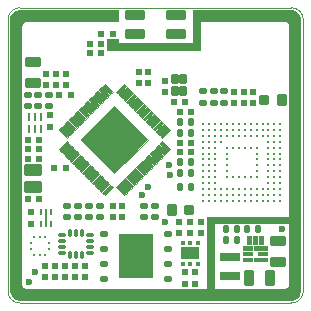
<source format=gts>
%TF.GenerationSoftware,KiCad,Pcbnew,9.0.1*%
%TF.CreationDate,2025-12-15T19:45:58-06:00*%
%TF.ProjectId,ProtoCore_v1,50726f74-6f43-46f7-9265-5f76312e6b69,rev?*%
%TF.SameCoordinates,Original*%
%TF.FileFunction,Soldermask,Top*%
%TF.FilePolarity,Negative*%
%FSLAX46Y46*%
G04 Gerber Fmt 4.6, Leading zero omitted, Abs format (unit mm)*
G04 Created by KiCad (PCBNEW 9.0.1) date 2025-12-15 19:45:58*
%MOMM*%
%LPD*%
G01*
G04 APERTURE LIST*
G04 Aperture macros list*
%AMRoundRect*
0 Rectangle with rounded corners*
0 $1 Rounding radius*
0 $2 $3 $4 $5 $6 $7 $8 $9 X,Y pos of 4 corners*
0 Add a 4 corners polygon primitive as box body*
4,1,4,$2,$3,$4,$5,$6,$7,$8,$9,$2,$3,0*
0 Add four circle primitives for the rounded corners*
1,1,$1+$1,$2,$3*
1,1,$1+$1,$4,$5*
1,1,$1+$1,$6,$7*
1,1,$1+$1,$8,$9*
0 Add four rect primitives between the rounded corners*
20,1,$1+$1,$2,$3,$4,$5,0*
20,1,$1+$1,$4,$5,$6,$7,0*
20,1,$1+$1,$6,$7,$8,$9,0*
20,1,$1+$1,$8,$9,$2,$3,0*%
G04 Aperture macros list end*
%ADD10C,0.000000*%
%ADD11C,0.010000*%
%ADD12C,0.100000*%
%ADD13RoundRect,0.082500X-0.192500X0.197500X-0.192500X-0.197500X0.192500X-0.197500X0.192500X0.197500X0*%
%ADD14R,0.246234X0.804110*%
%ADD15R,0.246236X0.804111*%
%ADD16R,0.242472X0.804111*%
%ADD17R,0.246232X0.804111*%
%ADD18RoundRect,0.076500X0.243500X-0.178500X0.243500X0.178500X-0.243500X0.178500X-0.243500X-0.178500X0*%
%ADD19RoundRect,0.082500X0.197500X0.192500X-0.197500X0.192500X-0.197500X-0.192500X0.197500X-0.192500X0*%
%ADD20RoundRect,0.082500X0.192500X-0.197500X0.192500X0.197500X-0.192500X0.197500X-0.192500X-0.197500X0*%
%ADD21RoundRect,0.076500X-0.243500X0.178500X-0.243500X-0.178500X0.243500X-0.178500X0.243500X0.178500X0*%
%ADD22RoundRect,0.082500X-0.197500X-0.192500X0.197500X-0.192500X0.197500X0.192500X-0.197500X0.192500X0*%
%ADD23RoundRect,0.076500X0.178500X0.243500X-0.178500X0.243500X-0.178500X-0.243500X0.178500X-0.243500X0*%
%ADD24C,0.600000*%
%ADD25RoundRect,0.102000X-0.650000X0.375000X-0.650000X-0.375000X0.650000X-0.375000X0.650000X0.375000X0*%
%ADD26RoundRect,0.050000X-0.290000X-0.365000X0.290000X-0.365000X0.290000X0.365000X-0.290000X0.365000X0*%
%ADD27R,1.800000X0.800000*%
%ADD28C,0.290000*%
%ADD29RoundRect,0.125000X-0.250000X-0.125000X0.250000X-0.125000X0.250000X0.125000X-0.250000X0.125000X0*%
%ADD30R,3.000000X3.750000*%
%ADD31RoundRect,0.123750X-0.288750X-0.338750X0.288750X-0.338750X0.288750X0.338750X-0.288750X0.338750X0*%
%ADD32RoundRect,0.123750X-0.288750X-0.351250X0.288750X-0.351250X0.288750X0.351250X-0.288750X0.351250X0*%
%ADD33RoundRect,0.123750X0.288750X0.338750X-0.288750X0.338750X-0.288750X-0.338750X0.288750X-0.338750X0*%
%ADD34RoundRect,0.123750X0.288750X0.351250X-0.288750X0.351250X-0.288750X-0.351250X0.288750X-0.351250X0*%
%ADD35RoundRect,0.076500X-0.178500X-0.243500X0.178500X-0.243500X0.178500X0.243500X-0.178500X0.243500X0*%
%ADD36RoundRect,0.135000X0.540000X-0.315000X0.540000X0.315000X-0.540000X0.315000X-0.540000X-0.315000X0*%
%ADD37RoundRect,0.087500X-0.225000X-0.087500X0.225000X-0.087500X0.225000X0.087500X-0.225000X0.087500X0*%
%ADD38RoundRect,0.087500X-0.087500X-0.225000X0.087500X-0.225000X0.087500X0.225000X-0.087500X0.225000X0*%
%ADD39RoundRect,0.055000X-0.240000X-0.220000X0.240000X-0.220000X0.240000X0.220000X-0.240000X0.220000X0*%
%ADD40R,0.200000X0.600000*%
%ADD41R,0.200000X1.600000*%
%ADD42RoundRect,0.056250X0.143750X-0.131250X0.143750X0.131250X-0.143750X0.131250X-0.143750X-0.131250X0*%
%ADD43R,1.600000X1.000000*%
%ADD44R,0.275000X0.250000*%
%ADD45R,0.250000X0.275000*%
%ADD46RoundRect,0.135000X-0.540000X0.315000X-0.540000X-0.315000X0.540000X-0.315000X0.540000X0.315000X0*%
%ADD47RoundRect,0.135000X-0.315000X-0.540000X0.315000X-0.540000X0.315000X0.540000X-0.315000X0.540000X0*%
%ADD48RoundRect,0.102000X0.750000X0.300000X-0.750000X0.300000X-0.750000X-0.300000X0.750000X-0.300000X0*%
%TA.AperFunction,Profile*%
%ADD49C,0.100000*%
%TD*%
G04 APERTURE END LIST*
D10*
G36*
X146860000Y-88725000D02*
G01*
X142797500Y-88725000D01*
X139025000Y-88725000D01*
X138990000Y-88730000D01*
X138930000Y-88750000D01*
X138825000Y-88825000D01*
X138750000Y-88930000D01*
X138730000Y-88990000D01*
X138725000Y-89025000D01*
X138725000Y-110975000D01*
X138737642Y-111034148D01*
X138782912Y-111143440D01*
X138866560Y-111227088D01*
X138975852Y-111272358D01*
X139035000Y-111275000D01*
X160985000Y-111275000D01*
X161044148Y-111272358D01*
X161153440Y-111227088D01*
X161237088Y-111143440D01*
X161282358Y-111034148D01*
X161285000Y-110975000D01*
X161285000Y-89025000D01*
X161280000Y-88990000D01*
X161260000Y-88930000D01*
X161185000Y-88825000D01*
X161080000Y-88750000D01*
X161020000Y-88730000D01*
X160985000Y-88725000D01*
X153160000Y-88725000D01*
X153160000Y-87700000D01*
X161610000Y-87700000D01*
X161860000Y-87775000D01*
X162085000Y-87925000D01*
X162235000Y-88150000D01*
X162310000Y-88400000D01*
X162310000Y-111600000D01*
X162260000Y-111775000D01*
X162210000Y-111900000D01*
X162085000Y-112050000D01*
X162010000Y-112125000D01*
X161810000Y-112250000D01*
X161610000Y-112300000D01*
X138410000Y-112300000D01*
X138222500Y-112250000D01*
X138035000Y-112150000D01*
X137910000Y-112025000D01*
X137810000Y-111900000D01*
X137735000Y-111700000D01*
X137710000Y-111600000D01*
X137710000Y-88400000D01*
X137785000Y-88150000D01*
X137935000Y-87925000D01*
X138160000Y-87775000D01*
X138410000Y-87700000D01*
X146860000Y-87700000D01*
X146860000Y-88725000D01*
G37*
D11*
X153775000Y-91050000D02*
X146075000Y-91050000D01*
X146075000Y-90500000D01*
X153150000Y-90500000D01*
X153150000Y-88350000D01*
X153775000Y-88350000D01*
X153775000Y-91050000D01*
G36*
X153775000Y-91050000D02*
G01*
X146075000Y-91050000D01*
X146075000Y-90500000D01*
X153150000Y-90500000D01*
X153150000Y-88350000D01*
X153775000Y-88350000D01*
X153775000Y-91050000D01*
G37*
X146850000Y-91050000D02*
X145875000Y-91050000D01*
X145875000Y-90175000D01*
X146850000Y-90175000D01*
X146850000Y-91050000D01*
G36*
X146850000Y-91050000D02*
G01*
X145875000Y-91050000D01*
X145875000Y-90175000D01*
X146850000Y-90175000D01*
X146850000Y-91050000D01*
G37*
D12*
X161450000Y-105750000D02*
X154900000Y-105750347D01*
X154900000Y-111300000D01*
X154377476Y-111300000D01*
X154377476Y-105250000D01*
X161450000Y-105250000D01*
X161450000Y-105750000D01*
G36*
X161450000Y-105750000D02*
G01*
X154900000Y-105750347D01*
X154900000Y-111300000D01*
X154377476Y-111300000D01*
X154377476Y-105250000D01*
X161450000Y-105250000D01*
X161450000Y-105750000D01*
G37*
D11*
%TO.C,U1*%
X142685699Y-98294203D02*
X142459425Y-98520477D01*
X141794744Y-97855797D01*
X142021018Y-97629523D01*
X142685699Y-98294203D01*
G36*
X142685699Y-98294203D02*
G01*
X142459425Y-98520477D01*
X141794744Y-97855797D01*
X142021018Y-97629523D01*
X142685699Y-98294203D01*
G37*
X142968542Y-98011360D02*
X142742267Y-98237634D01*
X142077587Y-97572954D01*
X142303861Y-97346680D01*
X142968542Y-98011360D01*
G36*
X142968542Y-98011360D02*
G01*
X142742267Y-98237634D01*
X142077587Y-97572954D01*
X142303861Y-97346680D01*
X142968542Y-98011360D01*
G37*
X142685699Y-99036665D02*
X142021018Y-99701345D01*
X141794744Y-99475071D01*
X142459425Y-98810391D01*
X142685699Y-99036665D01*
G36*
X142685699Y-99036665D02*
G01*
X142021018Y-99701345D01*
X141794744Y-99475071D01*
X142459425Y-98810391D01*
X142685699Y-99036665D01*
G37*
X143251384Y-97728518D02*
X143025110Y-97954792D01*
X142360430Y-97290111D01*
X142586704Y-97063837D01*
X143251384Y-97728518D01*
G36*
X143251384Y-97728518D02*
G01*
X143025110Y-97954792D01*
X142360430Y-97290111D01*
X142586704Y-97063837D01*
X143251384Y-97728518D01*
G37*
X142968542Y-99319508D02*
X142303861Y-99984188D01*
X142077587Y-99757914D01*
X142742267Y-99093234D01*
X142968542Y-99319508D01*
G36*
X142968542Y-99319508D02*
G01*
X142303861Y-99984188D01*
X142077587Y-99757914D01*
X142742267Y-99093234D01*
X142968542Y-99319508D01*
G37*
X143534227Y-97445675D02*
X143307953Y-97671949D01*
X142643272Y-97007269D01*
X142869547Y-96780994D01*
X143534227Y-97445675D01*
G36*
X143534227Y-97445675D02*
G01*
X143307953Y-97671949D01*
X142643272Y-97007269D01*
X142869547Y-96780994D01*
X143534227Y-97445675D01*
G37*
X143251384Y-99602350D02*
X142586704Y-100267031D01*
X142360430Y-100040757D01*
X143025110Y-99376076D01*
X143251384Y-99602350D01*
G36*
X143251384Y-99602350D02*
G01*
X142586704Y-100267031D01*
X142360430Y-100040757D01*
X143025110Y-99376076D01*
X143251384Y-99602350D01*
G37*
X143817070Y-97162832D02*
X143590796Y-97389106D01*
X142926115Y-96724426D01*
X143152389Y-96498152D01*
X143817070Y-97162832D01*
G36*
X143817070Y-97162832D02*
G01*
X143590796Y-97389106D01*
X142926115Y-96724426D01*
X143152389Y-96498152D01*
X143817070Y-97162832D01*
G37*
X143534227Y-99885193D02*
X142869547Y-100549874D01*
X142643272Y-100323599D01*
X143307953Y-99658919D01*
X143534227Y-99885193D01*
G36*
X143534227Y-99885193D02*
G01*
X142869547Y-100549874D01*
X142643272Y-100323599D01*
X143307953Y-99658919D01*
X143534227Y-99885193D01*
G37*
X144099912Y-96879989D02*
X143873638Y-97106264D01*
X143208958Y-96441583D01*
X143435232Y-96215309D01*
X144099912Y-96879989D01*
G36*
X144099912Y-96879989D02*
G01*
X143873638Y-97106264D01*
X143208958Y-96441583D01*
X143435232Y-96215309D01*
X144099912Y-96879989D01*
G37*
X143817070Y-100168036D02*
X143152389Y-100832716D01*
X142926115Y-100606442D01*
X143590796Y-99941762D01*
X143817070Y-100168036D01*
G36*
X143817070Y-100168036D02*
G01*
X143152389Y-100832716D01*
X142926115Y-100606442D01*
X143590796Y-99941762D01*
X143817070Y-100168036D01*
G37*
X144382755Y-96597147D02*
X144156481Y-96823421D01*
X143491801Y-96158740D01*
X143718075Y-95932466D01*
X144382755Y-96597147D01*
G36*
X144382755Y-96597147D02*
G01*
X144156481Y-96823421D01*
X143491801Y-96158740D01*
X143718075Y-95932466D01*
X144382755Y-96597147D01*
G37*
X144099912Y-100450879D02*
X143435232Y-101115559D01*
X143208958Y-100889285D01*
X143873638Y-100224604D01*
X144099912Y-100450879D01*
G36*
X144099912Y-100450879D02*
G01*
X143435232Y-101115559D01*
X143208958Y-100889285D01*
X143873638Y-100224604D01*
X144099912Y-100450879D01*
G37*
X144665598Y-96314304D02*
X144439324Y-96540578D01*
X143774643Y-95875898D01*
X144000917Y-95649624D01*
X144665598Y-96314304D01*
G36*
X144665598Y-96314304D02*
G01*
X144439324Y-96540578D01*
X143774643Y-95875898D01*
X144000917Y-95649624D01*
X144665598Y-96314304D01*
G37*
X144382755Y-100733721D02*
X143718075Y-101398402D01*
X143491801Y-101172128D01*
X144156481Y-100507447D01*
X144382755Y-100733721D01*
G36*
X144382755Y-100733721D02*
G01*
X143718075Y-101398402D01*
X143491801Y-101172128D01*
X144156481Y-100507447D01*
X144382755Y-100733721D01*
G37*
X144948441Y-96031461D02*
X144722166Y-96257735D01*
X144057486Y-95593055D01*
X144283760Y-95366781D01*
X144948441Y-96031461D01*
G36*
X144948441Y-96031461D02*
G01*
X144722166Y-96257735D01*
X144057486Y-95593055D01*
X144283760Y-95366781D01*
X144948441Y-96031461D01*
G37*
X144665598Y-101016564D02*
X144000917Y-101681244D01*
X143774643Y-101454970D01*
X144439324Y-100790290D01*
X144665598Y-101016564D01*
G36*
X144665598Y-101016564D02*
G01*
X144000917Y-101681244D01*
X143774643Y-101454970D01*
X144439324Y-100790290D01*
X144665598Y-101016564D01*
G37*
X145231283Y-95748619D02*
X145005009Y-95974893D01*
X144340329Y-95310212D01*
X144566603Y-95083938D01*
X145231283Y-95748619D01*
G36*
X145231283Y-95748619D02*
G01*
X145005009Y-95974893D01*
X144340329Y-95310212D01*
X144566603Y-95083938D01*
X145231283Y-95748619D01*
G37*
X144948441Y-101299407D02*
X144283760Y-101964087D01*
X144057486Y-101737813D01*
X144722166Y-101073133D01*
X144948441Y-101299407D01*
G36*
X144948441Y-101299407D02*
G01*
X144283760Y-101964087D01*
X144057486Y-101737813D01*
X144722166Y-101073133D01*
X144948441Y-101299407D01*
G37*
X145514126Y-95465776D02*
X145287852Y-95692050D01*
X144623171Y-95027370D01*
X144849446Y-94801095D01*
X145514126Y-95465776D01*
G36*
X145514126Y-95465776D02*
G01*
X145287852Y-95692050D01*
X144623171Y-95027370D01*
X144849446Y-94801095D01*
X145514126Y-95465776D01*
G37*
X145231283Y-101582249D02*
X144566603Y-102246930D01*
X144340329Y-102020656D01*
X145005009Y-101355975D01*
X145231283Y-101582249D01*
G36*
X145231283Y-101582249D02*
G01*
X144566603Y-102246930D01*
X144340329Y-102020656D01*
X145005009Y-101355975D01*
X145231283Y-101582249D01*
G37*
X145796969Y-95182933D02*
X145570695Y-95409207D01*
X144906014Y-94744527D01*
X145132288Y-94518253D01*
X145796969Y-95182933D01*
G36*
X145796969Y-95182933D02*
G01*
X145570695Y-95409207D01*
X144906014Y-94744527D01*
X145132288Y-94518253D01*
X145796969Y-95182933D01*
G37*
X145514126Y-101865092D02*
X144849446Y-102529773D01*
X144623171Y-102303498D01*
X145287852Y-101638818D01*
X145514126Y-101865092D01*
G36*
X145514126Y-101865092D02*
G01*
X144849446Y-102529773D01*
X144623171Y-102303498D01*
X145287852Y-101638818D01*
X145514126Y-101865092D01*
G37*
X146079811Y-94900090D02*
X145853537Y-95126365D01*
X145188857Y-94461684D01*
X145415131Y-94235410D01*
X146079811Y-94900090D01*
G36*
X146079811Y-94900090D02*
G01*
X145853537Y-95126365D01*
X145188857Y-94461684D01*
X145415131Y-94235410D01*
X146079811Y-94900090D01*
G37*
X145796969Y-102147935D02*
X145132288Y-102812615D01*
X144906014Y-102586341D01*
X145570695Y-101921661D01*
X145796969Y-102147935D01*
G36*
X145796969Y-102147935D02*
G01*
X145132288Y-102812615D01*
X144906014Y-102586341D01*
X145570695Y-101921661D01*
X145796969Y-102147935D01*
G37*
X146362654Y-94617248D02*
X146136380Y-94843522D01*
X145471700Y-94178841D01*
X145697974Y-93952567D01*
X146362654Y-94617248D01*
G36*
X146362654Y-94617248D02*
G01*
X146136380Y-94843522D01*
X145471700Y-94178841D01*
X145697974Y-93952567D01*
X146362654Y-94617248D01*
G37*
X146079811Y-102430778D02*
X145415131Y-103095458D01*
X145188857Y-102869184D01*
X145853537Y-102204503D01*
X146079811Y-102430778D01*
G36*
X146079811Y-102430778D02*
G01*
X145415131Y-103095458D01*
X145188857Y-102869184D01*
X145853537Y-102204503D01*
X146079811Y-102430778D01*
G37*
X146362654Y-102713620D02*
X145697974Y-103378301D01*
X145471700Y-103152027D01*
X146136380Y-102487346D01*
X146362654Y-102713620D01*
G36*
X146362654Y-102713620D02*
G01*
X145697974Y-103378301D01*
X145471700Y-103152027D01*
X146136380Y-102487346D01*
X146362654Y-102713620D01*
G37*
X149336038Y-98665434D02*
X146507611Y-101493861D01*
X143679184Y-98665434D01*
X146507611Y-95837007D01*
X149336038Y-98665434D01*
G36*
X149336038Y-98665434D02*
G01*
X146507611Y-101493861D01*
X143679184Y-98665434D01*
X146507611Y-95837007D01*
X149336038Y-98665434D01*
G37*
X147543522Y-103152027D02*
X147317248Y-103378301D01*
X146652568Y-102713620D01*
X146878842Y-102487346D01*
X147543522Y-103152027D01*
G36*
X147543522Y-103152027D02*
G01*
X147317248Y-103378301D01*
X146652568Y-102713620D01*
X146878842Y-102487346D01*
X147543522Y-103152027D01*
G37*
X147826365Y-102869184D02*
X147600091Y-103095458D01*
X146935411Y-102430778D01*
X147161685Y-102204503D01*
X147826365Y-102869184D01*
G36*
X147826365Y-102869184D02*
G01*
X147600091Y-103095458D01*
X146935411Y-102430778D01*
X147161685Y-102204503D01*
X147826365Y-102869184D01*
G37*
X147543522Y-94178841D02*
X146878842Y-94843522D01*
X146652568Y-94617248D01*
X147317248Y-93952567D01*
X147543522Y-94178841D01*
G36*
X147543522Y-94178841D02*
G01*
X146878842Y-94843522D01*
X146652568Y-94617248D01*
X147317248Y-93952567D01*
X147543522Y-94178841D01*
G37*
X148109208Y-102586341D02*
X147882934Y-102812615D01*
X147218253Y-102147935D01*
X147444527Y-101921661D01*
X148109208Y-102586341D01*
G36*
X148109208Y-102586341D02*
G01*
X147882934Y-102812615D01*
X147218253Y-102147935D01*
X147444527Y-101921661D01*
X148109208Y-102586341D01*
G37*
X147826365Y-94461684D02*
X147161685Y-95126365D01*
X146935411Y-94900090D01*
X147600091Y-94235410D01*
X147826365Y-94461684D01*
G36*
X147826365Y-94461684D02*
G01*
X147161685Y-95126365D01*
X146935411Y-94900090D01*
X147600091Y-94235410D01*
X147826365Y-94461684D01*
G37*
X148392051Y-102303498D02*
X148165776Y-102529773D01*
X147501096Y-101865092D01*
X147727370Y-101638818D01*
X148392051Y-102303498D01*
G36*
X148392051Y-102303498D02*
G01*
X148165776Y-102529773D01*
X147501096Y-101865092D01*
X147727370Y-101638818D01*
X148392051Y-102303498D01*
G37*
X148109208Y-94744527D02*
X147444527Y-95409207D01*
X147218253Y-95182933D01*
X147882934Y-94518253D01*
X148109208Y-94744527D01*
G36*
X148109208Y-94744527D02*
G01*
X147444527Y-95409207D01*
X147218253Y-95182933D01*
X147882934Y-94518253D01*
X148109208Y-94744527D01*
G37*
X148674893Y-102020656D02*
X148448619Y-102246930D01*
X147783939Y-101582249D01*
X148010213Y-101355975D01*
X148674893Y-102020656D01*
G36*
X148674893Y-102020656D02*
G01*
X148448619Y-102246930D01*
X147783939Y-101582249D01*
X148010213Y-101355975D01*
X148674893Y-102020656D01*
G37*
X148392051Y-95027370D02*
X147727370Y-95692050D01*
X147501096Y-95465776D01*
X148165776Y-94801095D01*
X148392051Y-95027370D01*
G36*
X148392051Y-95027370D02*
G01*
X147727370Y-95692050D01*
X147501096Y-95465776D01*
X148165776Y-94801095D01*
X148392051Y-95027370D01*
G37*
X148957736Y-101737813D02*
X148731462Y-101964087D01*
X148066781Y-101299407D01*
X148293056Y-101073133D01*
X148957736Y-101737813D01*
G36*
X148957736Y-101737813D02*
G01*
X148731462Y-101964087D01*
X148066781Y-101299407D01*
X148293056Y-101073133D01*
X148957736Y-101737813D01*
G37*
X148674893Y-95310212D02*
X148010213Y-95974893D01*
X147783939Y-95748619D01*
X148448619Y-95083938D01*
X148674893Y-95310212D01*
G36*
X148674893Y-95310212D02*
G01*
X148010213Y-95974893D01*
X147783939Y-95748619D01*
X148448619Y-95083938D01*
X148674893Y-95310212D01*
G37*
X149240579Y-101454970D02*
X149014305Y-101681244D01*
X148349624Y-101016564D01*
X148575898Y-100790290D01*
X149240579Y-101454970D01*
G36*
X149240579Y-101454970D02*
G01*
X149014305Y-101681244D01*
X148349624Y-101016564D01*
X148575898Y-100790290D01*
X149240579Y-101454970D01*
G37*
X148957736Y-95593055D02*
X148293056Y-96257735D01*
X148066781Y-96031461D01*
X148731462Y-95366781D01*
X148957736Y-95593055D01*
G36*
X148957736Y-95593055D02*
G01*
X148293056Y-96257735D01*
X148066781Y-96031461D01*
X148731462Y-95366781D01*
X148957736Y-95593055D01*
G37*
X149523421Y-101172128D02*
X149297147Y-101398402D01*
X148632467Y-100733721D01*
X148858741Y-100507447D01*
X149523421Y-101172128D01*
G36*
X149523421Y-101172128D02*
G01*
X149297147Y-101398402D01*
X148632467Y-100733721D01*
X148858741Y-100507447D01*
X149523421Y-101172128D01*
G37*
X149240579Y-95875898D02*
X148575898Y-96540578D01*
X148349624Y-96314304D01*
X149014305Y-95649624D01*
X149240579Y-95875898D01*
G36*
X149240579Y-95875898D02*
G01*
X148575898Y-96540578D01*
X148349624Y-96314304D01*
X149014305Y-95649624D01*
X149240579Y-95875898D01*
G37*
X149806264Y-100889285D02*
X149579990Y-101115559D01*
X148915310Y-100450879D01*
X149141584Y-100224604D01*
X149806264Y-100889285D01*
G36*
X149806264Y-100889285D02*
G01*
X149579990Y-101115559D01*
X148915310Y-100450879D01*
X149141584Y-100224604D01*
X149806264Y-100889285D01*
G37*
X149523421Y-96158740D02*
X148858741Y-96823421D01*
X148632467Y-96597147D01*
X149297147Y-95932466D01*
X149523421Y-96158740D01*
G36*
X149523421Y-96158740D02*
G01*
X148858741Y-96823421D01*
X148632467Y-96597147D01*
X149297147Y-95932466D01*
X149523421Y-96158740D01*
G37*
X150089107Y-100606442D02*
X149862833Y-100832716D01*
X149198152Y-100168036D01*
X149424426Y-99941762D01*
X150089107Y-100606442D01*
G36*
X150089107Y-100606442D02*
G01*
X149862833Y-100832716D01*
X149198152Y-100168036D01*
X149424426Y-99941762D01*
X150089107Y-100606442D01*
G37*
X149806264Y-96441583D02*
X149141584Y-97106264D01*
X148915310Y-96879989D01*
X149579990Y-96215309D01*
X149806264Y-96441583D01*
G36*
X149806264Y-96441583D02*
G01*
X149141584Y-97106264D01*
X148915310Y-96879989D01*
X149579990Y-96215309D01*
X149806264Y-96441583D01*
G37*
X150371950Y-100323599D02*
X150145675Y-100549874D01*
X149480995Y-99885193D01*
X149707269Y-99658919D01*
X150371950Y-100323599D01*
G36*
X150371950Y-100323599D02*
G01*
X150145675Y-100549874D01*
X149480995Y-99885193D01*
X149707269Y-99658919D01*
X150371950Y-100323599D01*
G37*
X150089107Y-96724426D02*
X149424426Y-97389106D01*
X149198152Y-97162832D01*
X149862833Y-96498152D01*
X150089107Y-96724426D01*
G36*
X150089107Y-96724426D02*
G01*
X149424426Y-97389106D01*
X149198152Y-97162832D01*
X149862833Y-96498152D01*
X150089107Y-96724426D01*
G37*
X150654792Y-100040757D02*
X150428518Y-100267031D01*
X149763838Y-99602350D01*
X149990112Y-99376076D01*
X150654792Y-100040757D01*
G36*
X150654792Y-100040757D02*
G01*
X150428518Y-100267031D01*
X149763838Y-99602350D01*
X149990112Y-99376076D01*
X150654792Y-100040757D01*
G37*
X150371950Y-97007269D02*
X149707269Y-97671949D01*
X149480995Y-97445675D01*
X150145675Y-96780994D01*
X150371950Y-97007269D01*
G36*
X150371950Y-97007269D02*
G01*
X149707269Y-97671949D01*
X149480995Y-97445675D01*
X150145675Y-96780994D01*
X150371950Y-97007269D01*
G37*
X150937635Y-99757914D02*
X150711361Y-99984188D01*
X150046680Y-99319508D01*
X150272955Y-99093234D01*
X150937635Y-99757914D01*
G36*
X150937635Y-99757914D02*
G01*
X150711361Y-99984188D01*
X150046680Y-99319508D01*
X150272955Y-99093234D01*
X150937635Y-99757914D01*
G37*
X150654792Y-97290111D02*
X149990112Y-97954792D01*
X149763838Y-97728518D01*
X150428518Y-97063837D01*
X150654792Y-97290111D01*
G36*
X150654792Y-97290111D02*
G01*
X149990112Y-97954792D01*
X149763838Y-97728518D01*
X150428518Y-97063837D01*
X150654792Y-97290111D01*
G37*
X151220478Y-99475071D02*
X150994204Y-99701345D01*
X150329523Y-99036665D01*
X150555797Y-98810391D01*
X151220478Y-99475071D01*
G36*
X151220478Y-99475071D02*
G01*
X150994204Y-99701345D01*
X150329523Y-99036665D01*
X150555797Y-98810391D01*
X151220478Y-99475071D01*
G37*
X150937635Y-97572954D02*
X150272955Y-98237634D01*
X150046680Y-98011360D01*
X150711361Y-97346680D01*
X150937635Y-97572954D01*
G36*
X150937635Y-97572954D02*
G01*
X150272955Y-98237634D01*
X150046680Y-98011360D01*
X150711361Y-97346680D01*
X150937635Y-97572954D01*
G37*
X151220478Y-97855797D02*
X150555797Y-98520477D01*
X150329523Y-98294203D01*
X150994204Y-97629523D01*
X151220478Y-97855797D01*
G36*
X151220478Y-97855797D02*
G01*
X150555797Y-98520477D01*
X150329523Y-98294203D01*
X150994204Y-97629523D01*
X151220478Y-97855797D01*
G37*
%TO.C,U2*%
X158175000Y-107975000D02*
X157425000Y-107975000D01*
X157425000Y-107675000D01*
X158175000Y-107675000D01*
X158175000Y-107975000D01*
G36*
X158175000Y-107975000D02*
G01*
X157425000Y-107975000D01*
X157425000Y-107675000D01*
X158175000Y-107675000D01*
X158175000Y-107975000D01*
G37*
X158175000Y-108475000D02*
X157425000Y-108475000D01*
X157425000Y-108175000D01*
X158175000Y-108175000D01*
X158175000Y-108475000D01*
G36*
X158175000Y-108475000D02*
G01*
X157425000Y-108475000D01*
X157425000Y-108175000D01*
X158175000Y-108175000D01*
X158175000Y-108475000D01*
G37*
X158175000Y-108975000D02*
X157425000Y-108975000D01*
X157425000Y-108675000D01*
X158175000Y-108675000D01*
X158175000Y-108975000D01*
G36*
X158175000Y-108975000D02*
G01*
X157425000Y-108975000D01*
X157425000Y-108675000D01*
X158175000Y-108675000D01*
X158175000Y-108975000D01*
G37*
X158100000Y-107475000D02*
X157750000Y-107475000D01*
X157750000Y-106825000D01*
X158100000Y-106825000D01*
X158100000Y-107475000D01*
G36*
X158100000Y-107475000D02*
G01*
X157750000Y-107475000D01*
X157750000Y-106825000D01*
X158100000Y-106825000D01*
X158100000Y-107475000D01*
G37*
X158600000Y-107475000D02*
X158250000Y-107475000D01*
X158250000Y-106825000D01*
X158600000Y-106825000D01*
X158600000Y-107475000D01*
G36*
X158600000Y-107475000D02*
G01*
X158250000Y-107475000D01*
X158250000Y-106825000D01*
X158600000Y-106825000D01*
X158600000Y-107475000D01*
G37*
X159425000Y-107975000D02*
X158325000Y-107975000D01*
X158325000Y-107675000D01*
X159425000Y-107675000D01*
X159425000Y-107975000D01*
G36*
X159425000Y-107975000D02*
G01*
X158325000Y-107975000D01*
X158325000Y-107675000D01*
X159425000Y-107675000D01*
X159425000Y-107975000D01*
G37*
X159425000Y-108975000D02*
X158325000Y-108975000D01*
X158325000Y-108675000D01*
X159425000Y-108675000D01*
X159425000Y-108975000D01*
G36*
X159425000Y-108975000D02*
G01*
X158325000Y-108975000D01*
X158325000Y-108675000D01*
X159425000Y-108675000D01*
X159425000Y-108975000D01*
G37*
X159425000Y-108475000D02*
X158675000Y-108475000D01*
X158675000Y-108175000D01*
X159425000Y-108175000D01*
X159425000Y-108475000D01*
G36*
X159425000Y-108475000D02*
G01*
X158675000Y-108475000D01*
X158675000Y-108175000D01*
X159425000Y-108175000D01*
X159425000Y-108475000D01*
G37*
X159100000Y-107475000D02*
X158750000Y-107475000D01*
X158750000Y-106825000D01*
X159100000Y-106825000D01*
X159100000Y-107475000D01*
G36*
X159100000Y-107475000D02*
G01*
X158750000Y-107475000D01*
X158750000Y-106825000D01*
X159100000Y-106825000D01*
X159100000Y-107475000D01*
G37*
%TD*%
D13*
%TO.C,C37*%
X143175000Y-109327500D03*
X143175000Y-110287500D03*
%TD*%
D14*
%TO.C,U4*%
X139261883Y-97775444D03*
D15*
X139761882Y-97775444D03*
D16*
X140259999Y-97775444D03*
D15*
X140261881Y-96729556D03*
X139761882Y-96729556D03*
D17*
X139261884Y-96729556D03*
%TD*%
D18*
%TO.C,R4*%
X143400000Y-105240000D03*
X143400000Y-104250000D03*
%TD*%
D19*
%TO.C,C31*%
X153025000Y-98950000D03*
X152065000Y-98950000D03*
%TD*%
D13*
%TO.C,C3*%
X150790000Y-93712500D03*
X150790000Y-94672500D03*
%TD*%
D20*
%TO.C,C26*%
X151975000Y-106575000D03*
X151975000Y-105615000D03*
%TD*%
D21*
%TO.C,R7*%
X154000000Y-94580000D03*
X154000000Y-95570000D03*
%TD*%
D13*
%TO.C,C40*%
X141469098Y-109327500D03*
X141469098Y-110287500D03*
%TD*%
D22*
%TO.C,C9*%
X152040000Y-96350000D03*
X153000000Y-96350000D03*
%TD*%
D13*
%TO.C,C25*%
X139425000Y-104825000D03*
X139425000Y-105785000D03*
%TD*%
D23*
%TO.C,R22*%
X153015000Y-98100000D03*
X152025000Y-98100000D03*
%TD*%
D18*
%TO.C,R3*%
X142475000Y-105240000D03*
X142475000Y-104250000D03*
%TD*%
D21*
%TO.C,R15*%
X139180000Y-94860000D03*
X139180000Y-95850000D03*
%TD*%
D13*
%TO.C,C11*%
X147175000Y-104265000D03*
X147175000Y-105225000D03*
%TD*%
D24*
%TO.C,TP9*%
X149375000Y-102700000D03*
%TD*%
D25*
%TO.C,Y1*%
X139625000Y-101250002D03*
X139625000Y-102700000D03*
%TD*%
D26*
%TO.C,Y2*%
X151650000Y-93512500D03*
X151650000Y-94512500D03*
X152350000Y-94512500D03*
X152350000Y-93512500D03*
%TD*%
D23*
%TO.C,R13*%
X156915000Y-107175000D03*
X155925000Y-107175000D03*
%TD*%
D20*
%TO.C,C5*%
X141575000Y-94075000D03*
X141575000Y-93115000D03*
%TD*%
%TO.C,C29*%
X156650000Y-95575000D03*
X156650000Y-94615000D03*
%TD*%
D27*
%TO.C,L3*%
X156275000Y-108625001D03*
X156275000Y-110224999D03*
%TD*%
D22*
%TO.C,C13*%
X139165000Y-103675000D03*
X140125000Y-103675000D03*
%TD*%
D18*
%TO.C,R11*%
X149975000Y-105240000D03*
X149975000Y-104250000D03*
%TD*%
D20*
%TO.C,C8*%
X142400000Y-94075000D03*
X142400000Y-93115000D03*
%TD*%
D28*
%TO.C,U7*%
X154050000Y-97350000D03*
X154550000Y-97350000D03*
X155050000Y-97350000D03*
X155550000Y-97350000D03*
X156050000Y-97350000D03*
X156550000Y-97350000D03*
X157050000Y-97350000D03*
X158050000Y-97350000D03*
X158550000Y-97350000D03*
X159050000Y-97350000D03*
X159550000Y-97350000D03*
X160050000Y-97350000D03*
X160550000Y-97350000D03*
X154050000Y-97850000D03*
X154550000Y-97850000D03*
X155050000Y-97850000D03*
X155550000Y-97850000D03*
X156050000Y-97850000D03*
X156550000Y-97850000D03*
X157550000Y-97850000D03*
X158050000Y-97850000D03*
X158550000Y-97850000D03*
X159050000Y-97850000D03*
X159550000Y-97850000D03*
X160050000Y-97850000D03*
X160550000Y-97850000D03*
X154050000Y-98350000D03*
X154550000Y-98350000D03*
X155050000Y-98350000D03*
X155550000Y-98350000D03*
X156050000Y-98350000D03*
X156550000Y-98350000D03*
X157050000Y-97850000D03*
X157550000Y-97350000D03*
X157050000Y-98350000D03*
X157550000Y-98350000D03*
X158050000Y-98350000D03*
X158550000Y-98350000D03*
X159050000Y-98350000D03*
X159550000Y-98350000D03*
X160050000Y-98350000D03*
X160550000Y-98350000D03*
X154050000Y-98850000D03*
X154550000Y-98850000D03*
X155050000Y-98850000D03*
X155550000Y-98850000D03*
X159550000Y-98850000D03*
X160050000Y-98850000D03*
X160550000Y-98850000D03*
X154050000Y-99350000D03*
X154550000Y-99350000D03*
X155050000Y-99350000D03*
X156050000Y-99350000D03*
X156550000Y-99350000D03*
X157050000Y-99350000D03*
X157550000Y-99350000D03*
X158050000Y-99350000D03*
X158550000Y-99350000D03*
X159550000Y-99350000D03*
X160050000Y-99350000D03*
X160550000Y-99350000D03*
X154050000Y-99850000D03*
X154550000Y-99850000D03*
X155050000Y-99850000D03*
X156050000Y-99850000D03*
X158550000Y-99850000D03*
X159550000Y-99850000D03*
X160050000Y-99850000D03*
X160550000Y-99850000D03*
X154050000Y-100350000D03*
X154550000Y-100350000D03*
X155050000Y-100350000D03*
X156050000Y-100350000D03*
X158550000Y-100350000D03*
X159550000Y-100350000D03*
X160050000Y-100350000D03*
X160550000Y-100350000D03*
X154050000Y-100850000D03*
X154550000Y-100850000D03*
X155050000Y-100850000D03*
X156050000Y-100850000D03*
X158550000Y-100850000D03*
X159550000Y-100850000D03*
X160050000Y-100850000D03*
X160550000Y-100850000D03*
X156050000Y-101350000D03*
X158550000Y-101350000D03*
X159550000Y-101350000D03*
X160050000Y-101350000D03*
X160550000Y-101350000D03*
X154050000Y-101350000D03*
X154550000Y-101350000D03*
X155050000Y-101350000D03*
X156050000Y-101850000D03*
X156550000Y-101850000D03*
X157050000Y-101850000D03*
X157550000Y-101850000D03*
X158050000Y-101850000D03*
X158550000Y-101850000D03*
X159550000Y-101850000D03*
X160050000Y-101850000D03*
X160550000Y-101850000D03*
X159550000Y-102350000D03*
X160050000Y-102350000D03*
X160550000Y-102350000D03*
X154050000Y-102850000D03*
X154550000Y-102850000D03*
X155050000Y-102850000D03*
X155550000Y-102850000D03*
X154050000Y-102350000D03*
X154550000Y-102350000D03*
X155050000Y-102350000D03*
X156050000Y-102850000D03*
X154050000Y-101850000D03*
X154550000Y-101850000D03*
X155050000Y-101850000D03*
X156550000Y-102850000D03*
X157050000Y-102850000D03*
X157550000Y-102850000D03*
X158050000Y-102850000D03*
X158550000Y-102850000D03*
X159050000Y-102850000D03*
X159550000Y-102850000D03*
X160050000Y-102850000D03*
X160550000Y-102850000D03*
X154050000Y-103350000D03*
X154050000Y-103850000D03*
X154550000Y-103350000D03*
X155050000Y-103350000D03*
X155550000Y-103350000D03*
X156050000Y-103350000D03*
X156550000Y-103350000D03*
X157050000Y-103350000D03*
X157550000Y-103350000D03*
X158050000Y-103350000D03*
X158550000Y-103350000D03*
X159050000Y-103350000D03*
X159550000Y-103350000D03*
X160050000Y-103350000D03*
X160550000Y-103350000D03*
X154550000Y-103850000D03*
X155050000Y-103850000D03*
X155550000Y-103850000D03*
X156050000Y-103850000D03*
X156550000Y-103850000D03*
X157050000Y-103850000D03*
X157550000Y-103850000D03*
X158050000Y-103850000D03*
X158550000Y-103850000D03*
X159050000Y-103850000D03*
X159550000Y-103850000D03*
X160050000Y-103850000D03*
X160550000Y-103850000D03*
%TD*%
D19*
%TO.C,C15*%
X145400000Y-90530000D03*
X144440000Y-90530000D03*
%TD*%
D20*
%TO.C,C4*%
X140750000Y-94075000D03*
X140750000Y-93115000D03*
%TD*%
D24*
%TO.C,TP15*%
X151225000Y-101700000D03*
%TD*%
D29*
%TO.C,U6*%
X145650000Y-106645000D03*
X145650000Y-107915000D03*
X145650000Y-109185000D03*
X145650000Y-110455000D03*
X151050000Y-110455000D03*
X151050000Y-109185000D03*
X151050000Y-107915000D03*
X151050000Y-106645000D03*
D30*
X148350000Y-108550000D03*
%TD*%
D24*
%TO.C,TP8*%
X148875000Y-103375000D03*
%TD*%
D19*
%TO.C,C10*%
X142375000Y-101050000D03*
X141415000Y-101050000D03*
%TD*%
D13*
%TO.C,C39*%
X140619098Y-109327500D03*
X140619098Y-110287500D03*
%TD*%
D20*
%TO.C,C7*%
X149350000Y-93910000D03*
X149350000Y-92950000D03*
%TD*%
D31*
%TO.C,C27*%
X159200000Y-95337500D03*
D32*
X160675000Y-95350000D03*
%TD*%
D33*
%TO.C,C34*%
X152825000Y-104625000D03*
D34*
X151350000Y-104612500D03*
%TD*%
D24*
%TO.C,TP19*%
X139825000Y-109850000D03*
%TD*%
D19*
%TO.C,C33*%
X153025000Y-99750000D03*
X152065000Y-99750000D03*
%TD*%
D35*
%TO.C,R17*%
X152025000Y-102700000D03*
X153015000Y-102700000D03*
%TD*%
D36*
%TO.C,C1*%
X139575000Y-93900000D03*
X139575000Y-92100000D03*
%TD*%
D13*
%TO.C,C6*%
X146350000Y-104265000D03*
X146350000Y-105225000D03*
%TD*%
D22*
%TO.C,C24*%
X139160000Y-98670000D03*
X140120000Y-98670000D03*
%TD*%
%TO.C,C23*%
X139160000Y-99470000D03*
X140120000Y-99470000D03*
%TD*%
D21*
%TO.C,R9*%
X149050000Y-104250000D03*
X149050000Y-105240000D03*
%TD*%
D35*
%TO.C,R8*%
X152025000Y-101475000D03*
X153015000Y-101475000D03*
%TD*%
D24*
%TO.C,TP18*%
X150800000Y-105675000D03*
%TD*%
D13*
%TO.C,C35*%
X144025000Y-109327500D03*
X144025000Y-110287500D03*
%TD*%
D20*
%TO.C,C38*%
X157450000Y-95575000D03*
X157450000Y-94615000D03*
%TD*%
D13*
%TO.C,C22*%
X141020000Y-96600000D03*
X141020000Y-97560000D03*
%TD*%
D20*
%TO.C,C18*%
X152900000Y-106575000D03*
X152900000Y-105615000D03*
%TD*%
D37*
%TO.C,U8*%
X142087500Y-106762500D03*
X142087500Y-107262500D03*
X142087500Y-107762500D03*
X142087500Y-108262500D03*
D38*
X142750000Y-108425000D03*
X143250000Y-108425000D03*
X143750000Y-108425000D03*
D37*
X144412500Y-108262500D03*
X144412500Y-107762500D03*
X144412500Y-107262500D03*
X144412500Y-106762500D03*
D38*
X143750000Y-106600000D03*
X143250000Y-106600000D03*
X142750000Y-106600000D03*
%TD*%
D39*
%TO.C,L1*%
X141825000Y-94850000D03*
X142795000Y-94850000D03*
%TD*%
D13*
%TO.C,C21*%
X152525000Y-109915000D03*
X152525000Y-110875000D03*
%TD*%
D21*
%TO.C,R5*%
X144325000Y-104250000D03*
X144325000Y-105240000D03*
%TD*%
D13*
%TO.C,C28*%
X142319098Y-109327500D03*
X142319098Y-110287500D03*
%TD*%
D23*
%TO.C,R12*%
X156915000Y-106250000D03*
X155925000Y-106250000D03*
%TD*%
D20*
%TO.C,C12*%
X148550000Y-93910000D03*
X148550000Y-92950000D03*
%TD*%
D21*
%TO.C,R14*%
X140080000Y-94860000D03*
X140080000Y-95850000D03*
%TD*%
D40*
%TO.C,U5*%
X140300000Y-105812500D03*
D41*
X140700000Y-105312500D03*
D40*
X141100000Y-105812500D03*
X141100000Y-104812500D03*
X140300000Y-104812500D03*
%TD*%
D21*
%TO.C,R1*%
X140970000Y-94860000D03*
X140970000Y-95850000D03*
%TD*%
D19*
%TO.C,C16*%
X145410000Y-91350000D03*
X144450000Y-91350000D03*
%TD*%
D22*
%TO.C,C2*%
X139165000Y-100275000D03*
X140125000Y-100275000D03*
%TD*%
D39*
%TO.C,L2*%
X145410000Y-89700000D03*
X146380000Y-89700000D03*
%TD*%
D24*
%TO.C,TP11*%
X160675000Y-106225000D03*
%TD*%
%TO.C,TP20*%
X139300000Y-110725000D03*
%TD*%
D22*
%TO.C,C14*%
X151521250Y-95443750D03*
X152481250Y-95443750D03*
%TD*%
D42*
%TO.C,U3*%
X152275000Y-109187500D03*
X152925000Y-109187500D03*
X153575000Y-109187500D03*
X153575000Y-107412500D03*
X152925000Y-107412500D03*
X152275000Y-107412500D03*
D43*
X152925000Y-108300000D03*
%TD*%
D13*
%TO.C,C19*%
X153350000Y-109915000D03*
X153350000Y-110875000D03*
%TD*%
D44*
%TO.C,U10*%
X140932098Y-107925500D03*
X140932098Y-107425500D03*
D45*
X140669098Y-106913500D03*
X140169098Y-106913500D03*
X139669098Y-106913500D03*
D44*
X139406098Y-107425500D03*
X139406098Y-107925500D03*
D45*
X139669098Y-108437500D03*
X140169098Y-108437500D03*
X140669098Y-108437500D03*
%TD*%
D20*
%TO.C,C32*%
X158250000Y-95575000D03*
X158250000Y-94615000D03*
%TD*%
D23*
%TO.C,R21*%
X153015000Y-97200000D03*
X152025000Y-97200000D03*
%TD*%
D24*
%TO.C,TP14*%
X151150000Y-100850000D03*
%TD*%
D21*
%TO.C,R6*%
X145250000Y-104250000D03*
X145250000Y-105240000D03*
%TD*%
D18*
%TO.C,R20*%
X154900000Y-95575000D03*
X154900000Y-94585000D03*
%TD*%
D23*
%TO.C,R10*%
X158690000Y-106250000D03*
X157700000Y-106250000D03*
%TD*%
D46*
%TO.C,C17*%
X160350000Y-107220000D03*
X160350000Y-109020000D03*
%TD*%
D47*
%TO.C,C20*%
X157875000Y-110350000D03*
X159675000Y-110350000D03*
%TD*%
D13*
%TO.C,C30*%
X153825000Y-105615000D03*
X153825000Y-106575000D03*
%TD*%
D21*
%TO.C,R2*%
X155800000Y-94585000D03*
X155800000Y-95575000D03*
%TD*%
D35*
%TO.C,R19*%
X152025000Y-100575000D03*
X153015000Y-100575000D03*
%TD*%
D48*
%TO.C,ANT1*%
X148250000Y-89700000D03*
X151750000Y-89700000D03*
X151750000Y-88100000D03*
X148250000Y-88100000D03*
%TD*%
D49*
X161500000Y-87500000D02*
X161500000Y-87500000D01*
G75*
G02*
X162500000Y-88500000I0J-1000000D01*
G01*
X162500000Y-111500000D01*
G75*
G02*
X161500000Y-112500000I-1000000J0D01*
G01*
X138500000Y-112500000D01*
G75*
G02*
X137500000Y-111500000I0J1000000D01*
G01*
X137500000Y-88500000D01*
G75*
G02*
X138500000Y-87500000I1000000J0D01*
G01*
X161500000Y-87500000D01*
M02*

</source>
